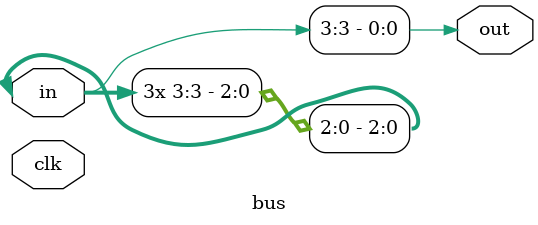
<source format=v>
module bus(
	input [3:0]in,
	output out,
	input clk
);

assign out = in[0];
assign out = in[1];
assign out = in[2];
assign out = in[3];



endmodule

</source>
